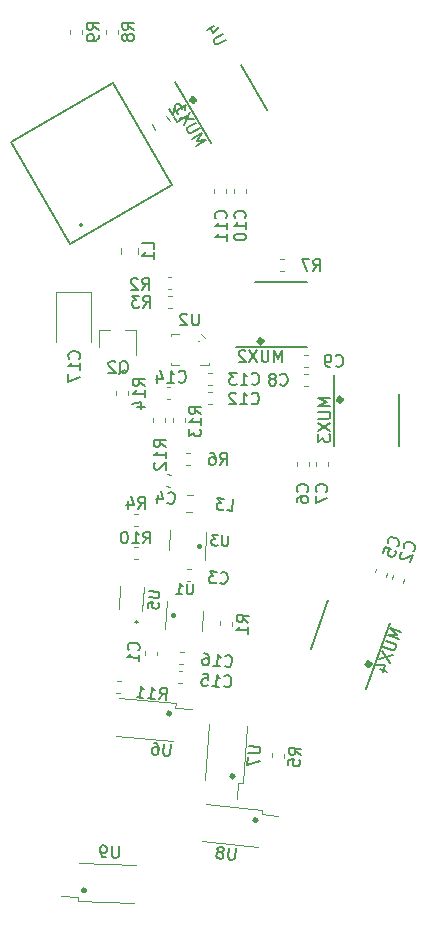
<source format=gbo>
G04 #@! TF.GenerationSoftware,KiCad,Pcbnew,(5.0.0)*
G04 #@! TF.CreationDate,2020-01-07T16:08:45+01:00*
G04 #@! TF.ProjectId,Insole_PCB,496E736F6C655F5043422E6B69636164,rev?*
G04 #@! TF.SameCoordinates,Original*
G04 #@! TF.FileFunction,Legend,Bot*
G04 #@! TF.FilePolarity,Positive*
%FSLAX46Y46*%
G04 Gerber Fmt 4.6, Leading zero omitted, Abs format (unit mm)*
G04 Created by KiCad (PCBNEW (5.0.0)) date 01/07/20 16:08:45*
%MOMM*%
%LPD*%
G01*
G04 APERTURE LIST*
%ADD10C,0.200000*%
%ADD11C,0.100000*%
%ADD12C,0.120000*%
%ADD13C,0.400000*%
%ADD14C,0.150000*%
%ADD15C,0.300000*%
G04 APERTURE END LIST*
D10*
G04 #@! TO.C,U2*
X196549453Y-166460707D02*
G75*
G03X196549453Y-166460707I0J0D01*
G01*
D11*
X194149453Y-165860707D02*
X194149453Y-166080707D01*
X194869453Y-165860707D02*
X194149453Y-165860707D01*
X194149453Y-168560707D02*
X194869453Y-168560707D01*
X194149453Y-168340707D02*
X194149453Y-168560707D01*
X197349453Y-168560707D02*
X197349453Y-168340707D01*
X197349453Y-168560707D02*
X196629453Y-168560707D01*
X197049453Y-166260707D02*
X196699453Y-165910707D01*
D12*
G04 #@! TO.C,C1*
X192969566Y-192783900D02*
X192946856Y-193108665D01*
X191952050Y-192712749D02*
X191929340Y-193037514D01*
G04 #@! TO.C,C2*
X213934370Y-186682175D02*
X213823023Y-186988099D01*
X212975883Y-186333315D02*
X212864536Y-186639239D01*
G04 #@! TO.C,C3*
X195533588Y-185802887D02*
X195858700Y-185819925D01*
X195480206Y-186821489D02*
X195805318Y-186838527D01*
G04 #@! TO.C,C4*
X194090678Y-178825887D02*
X193765913Y-178803177D01*
X194161829Y-177808371D02*
X193837064Y-177785661D01*
G04 #@! TO.C,C5*
X212484370Y-186132175D02*
X212373023Y-186438099D01*
X211525883Y-185783315D02*
X211414536Y-186089239D01*
G04 #@! TO.C,C6*
X204839453Y-177060986D02*
X204839453Y-176735428D01*
X205859453Y-177060986D02*
X205859453Y-176735428D01*
G04 #@! TO.C,C7*
X206439453Y-177073486D02*
X206439453Y-176747928D01*
X207459453Y-177073486D02*
X207459453Y-176747928D01*
G04 #@! TO.C,C8*
X205399174Y-169300707D02*
X205724732Y-169300707D01*
X205399174Y-170320707D02*
X205724732Y-170320707D01*
G04 #@! TO.C,C9*
X205399174Y-167700707D02*
X205724732Y-167700707D01*
X205399174Y-168720707D02*
X205724732Y-168720707D01*
G04 #@! TO.C,C10*
X199464453Y-153935986D02*
X199464453Y-153610428D01*
X200484453Y-153935986D02*
X200484453Y-153610428D01*
G04 #@! TO.C,C11*
X197839453Y-153948486D02*
X197839453Y-153622928D01*
X198859453Y-153948486D02*
X198859453Y-153622928D01*
G04 #@! TO.C,C12*
X197599732Y-171820707D02*
X197274174Y-171820707D01*
X197599732Y-170800707D02*
X197274174Y-170800707D01*
G04 #@! TO.C,C13*
X197599732Y-170220707D02*
X197274174Y-170220707D01*
X197599732Y-169200707D02*
X197274174Y-169200707D01*
G04 #@! TO.C,C14*
X193786674Y-170400707D02*
X194112232Y-170400707D01*
X193786674Y-171420707D02*
X194112232Y-171420707D01*
G04 #@! TO.C,L1*
X189909453Y-159116959D02*
X189909453Y-158594455D01*
X191329453Y-159116959D02*
X191329453Y-158594455D01*
G04 #@! TO.C,L2*
X192815201Y-148601958D02*
X192553949Y-148149456D01*
X194044957Y-147891958D02*
X193783705Y-147439456D01*
G04 #@! TO.C,L3*
X195945691Y-180983407D02*
X195423904Y-180956061D01*
X196020008Y-179565353D02*
X195498221Y-179538007D01*
D13*
G04 #@! TO.C,MUX1*
X196165709Y-146088464D02*
G75*
G03X196165709Y-146088464I-158114J0D01*
G01*
D14*
X194537082Y-144541461D02*
X197524582Y-149715963D01*
X200109372Y-143142951D02*
X202309372Y-146953463D01*
D13*
G04 #@! TO.C,MUX2*
X201907567Y-166510707D02*
G75*
G03X201907567Y-166510707I-158114J0D01*
G01*
D14*
X199674453Y-167010707D02*
X205649453Y-167010707D01*
X201249453Y-161485707D02*
X205649453Y-161485707D01*
D13*
G04 #@! TO.C,MUX3*
X208607567Y-171460707D02*
G75*
G03X208607567Y-171460707I-158114J0D01*
G01*
D14*
X207949453Y-169385707D02*
X207949453Y-175360707D01*
X213474453Y-170960707D02*
X213474453Y-175360707D01*
D13*
G04 #@! TO.C,MUX4*
X211037426Y-193844831D02*
G75*
G03X211037426Y-193844831I-158114J0D01*
G01*
D14*
X210639466Y-195965703D02*
X212683037Y-190351040D01*
X205986346Y-192596026D02*
X207491235Y-188461378D01*
D12*
G04 #@! TO.C,Q2*
X188069453Y-165550707D02*
X188069453Y-167010707D01*
X191229453Y-165550707D02*
X191229453Y-167710707D01*
X191229453Y-165550707D02*
X190299453Y-165550707D01*
X188069453Y-165550707D02*
X188999453Y-165550707D01*
G04 #@! TO.C,R1*
X198312848Y-190530151D02*
X198329886Y-190205039D01*
X199331450Y-190583533D02*
X199348488Y-190258421D01*
G04 #@! TO.C,R2*
X193874174Y-161100707D02*
X194199732Y-161100707D01*
X193874174Y-162120707D02*
X194199732Y-162120707D01*
G04 #@! TO.C,R3*
X193886674Y-162700707D02*
X194212232Y-162700707D01*
X193886674Y-163720707D02*
X194212232Y-163720707D01*
G04 #@! TO.C,R4*
X191372232Y-182168707D02*
X191046674Y-182168707D01*
X191372232Y-181148707D02*
X191046674Y-181148707D01*
G04 #@! TO.C,R5*
X202729340Y-201737514D02*
X202752050Y-201412749D01*
X203746856Y-201808665D02*
X203769566Y-201483900D01*
G04 #@! TO.C,R6*
X195474174Y-176000707D02*
X195799732Y-176000707D01*
X195474174Y-177020707D02*
X195799732Y-177020707D01*
G04 #@! TO.C,R7*
X203386674Y-159550707D02*
X203712232Y-159550707D01*
X203386674Y-160570707D02*
X203712232Y-160570707D01*
G04 #@! TO.C,R8*
X188639453Y-140460986D02*
X188639453Y-140135428D01*
X189659453Y-140460986D02*
X189659453Y-140135428D01*
G04 #@! TO.C,R9*
X185639453Y-140473486D02*
X185639453Y-140147928D01*
X186659453Y-140473486D02*
X186659453Y-140147928D01*
G04 #@! TO.C,R10*
X191021174Y-183942707D02*
X191346732Y-183942707D01*
X191021174Y-184962707D02*
X191346732Y-184962707D01*
G04 #@! TO.C,R11*
X189851666Y-196332953D02*
X189527347Y-196304579D01*
X189940565Y-195316835D02*
X189616246Y-195288461D01*
G04 #@! TO.C,R12*
X192639453Y-173360986D02*
X192639453Y-173035428D01*
X193659453Y-173360986D02*
X193659453Y-173035428D01*
G04 #@! TO.C,R13*
X195359453Y-173047928D02*
X195359453Y-173373486D01*
X194339453Y-173047928D02*
X194339453Y-173373486D01*
G04 #@! TO.C,R14*
X189539453Y-171085986D02*
X189539453Y-170760428D01*
X190559453Y-171085986D02*
X190559453Y-170760428D01*
D13*
G04 #@! TO.C,U1*
X194321689Y-189661536D02*
G75*
G03X194321689Y-189661536I0J0D01*
G01*
D12*
X193695467Y-190910474D02*
X193822643Y-188483804D01*
X196853371Y-189313557D02*
X196761259Y-191071145D01*
D13*
G04 #@! TO.C,U3*
X196527217Y-183869878D02*
G75*
G03X196527217Y-183869878I0J0D01*
G01*
D12*
X197153439Y-182620940D02*
X197026263Y-185047610D01*
X193995535Y-184217857D02*
X194087647Y-182460269D01*
D15*
G04 #@! TO.C,U4*
X186575929Y-156638014D02*
G75*
G03X186575929Y-156638014I0J0D01*
G01*
D14*
X194282241Y-153285738D02*
X185621987Y-158285738D01*
X189282241Y-144625484D02*
X194282241Y-153285738D01*
X180621987Y-149625484D02*
X189282241Y-144625484D01*
X185621987Y-158285738D02*
X180621987Y-149625484D01*
D10*
G04 #@! TO.C,U5*
X191358234Y-190304665D02*
G75*
G02X191158722Y-190290713I-99756J6976D01*
G01*
X191158721Y-190290713D02*
G75*
G02X191358235Y-190304665I99757J-6976D01*
G01*
X191158722Y-190290713D02*
X191158722Y-190290713D01*
X191358235Y-190304665D02*
X191358235Y-190304665D01*
D11*
X189871645Y-187193386D02*
X189732132Y-189188515D01*
X191866774Y-187332899D02*
X191727261Y-189328028D01*
D13*
G04 #@! TO.C,U6*
X194069584Y-198028776D02*
G75*
G03X194069584Y-198028776I-70710J0D01*
G01*
D12*
X194300000Y-200323754D02*
X189518265Y-199905407D01*
X194578898Y-197135931D02*
X189797163Y-196717584D01*
X194544036Y-197534409D02*
X195938708Y-197656427D01*
X194578898Y-197135931D02*
X194544036Y-197534409D01*
D13*
G04 #@! TO.C,U7*
X199436042Y-203351420D02*
G75*
G03X199436042Y-203351420I-70710J0D01*
G01*
D12*
X197075959Y-203692553D02*
X197410790Y-198904245D01*
X200268164Y-203915774D02*
X200602995Y-199127466D01*
X199869139Y-203887871D02*
X199771480Y-205284461D01*
X200268164Y-203915774D02*
X199869139Y-203887871D01*
D13*
G04 #@! TO.C,U8*
X201377698Y-207062872D02*
G75*
G03X201377698Y-207062872I-70710J0D01*
G01*
D12*
X201568015Y-209362756D02*
X196794310Y-208861019D01*
X201902506Y-206180285D02*
X197128801Y-205678549D01*
X201860694Y-206578094D02*
X203253025Y-206724434D01*
X201902506Y-206180285D02*
X201860694Y-206578094D01*
D13*
G04 #@! TO.C,U9*
X186868637Y-213004002D02*
G75*
G03X186868637Y-213004002I-70711J0D01*
G01*
D12*
X186377103Y-210727929D02*
X191174179Y-210895447D01*
X186265425Y-213925980D02*
X191062501Y-214093497D01*
X186279385Y-213526223D02*
X184880237Y-213477364D01*
X186265425Y-213925980D02*
X186279385Y-213526223D01*
G04 #@! TO.C,C15*
X194808228Y-194395527D02*
X195132993Y-194418237D01*
X194737077Y-195413043D02*
X195061842Y-195435753D01*
G04 #@! TO.C,C16*
X194927647Y-192825593D02*
X195252412Y-192848303D01*
X194856496Y-193843109D02*
X195181261Y-193865819D01*
G04 #@! TO.C,C17*
X187409453Y-162340707D02*
X187409453Y-166550707D01*
X184389453Y-162340707D02*
X187409453Y-162340707D01*
X184389453Y-166550707D02*
X184389453Y-162340707D01*
G04 #@! TO.C,U2*
D14*
X196511357Y-164163087D02*
X196511357Y-164972611D01*
X196463738Y-165067849D01*
X196416119Y-165115468D01*
X196320881Y-165163087D01*
X196130405Y-165163087D01*
X196035167Y-165115468D01*
X195987548Y-165067849D01*
X195939929Y-164972611D01*
X195939929Y-164163087D01*
X195511357Y-164258326D02*
X195463738Y-164210707D01*
X195368500Y-164163087D01*
X195130405Y-164163087D01*
X195035167Y-164210707D01*
X194987548Y-164258326D01*
X194939929Y-164353564D01*
X194939929Y-164448802D01*
X194987548Y-164591659D01*
X195558976Y-165163087D01*
X194939929Y-165163087D01*
G04 #@! TO.C,C1*
X191390834Y-192669607D02*
X191441659Y-192625426D01*
X191499128Y-192486238D01*
X191505771Y-192391232D01*
X191468233Y-192245401D01*
X191379871Y-192143752D01*
X191288186Y-192089605D01*
X191101496Y-192028815D01*
X190958987Y-192018850D01*
X190765653Y-192053066D01*
X190667325Y-192093926D01*
X190565675Y-192182288D01*
X190508207Y-192321476D01*
X190501563Y-192416482D01*
X190539101Y-192562313D01*
X190583283Y-192613137D01*
X191419406Y-193626311D02*
X191459267Y-193056275D01*
X191439336Y-193341293D02*
X190441772Y-193271537D01*
X190590925Y-193186496D01*
X190692574Y-193098133D01*
X190746721Y-193006449D01*
G04 #@! TO.C,C2*
X214642060Y-184276241D02*
X214703094Y-184247781D01*
X214796702Y-184129825D01*
X214829275Y-184040331D01*
X214833388Y-183889802D01*
X214776467Y-183767734D01*
X214703259Y-183690414D01*
X214540556Y-183580520D01*
X214406314Y-183531660D01*
X214211039Y-183511260D01*
X214105257Y-183523434D01*
X213983190Y-183580356D01*
X213889582Y-183698311D01*
X213857009Y-183787805D01*
X213852896Y-183938334D01*
X213881357Y-183999368D01*
X213751063Y-184357346D02*
X213690029Y-184385806D01*
X213612709Y-184459014D01*
X213531276Y-184682751D01*
X213543449Y-184788532D01*
X213571910Y-184849566D01*
X213645118Y-184926886D01*
X213734612Y-184959460D01*
X213885141Y-184963572D01*
X214617548Y-184622045D01*
X214405821Y-185203760D01*
G04 #@! TO.C,C3*
X198337199Y-186946083D02*
X198382261Y-186996129D01*
X198522430Y-187051159D01*
X198617538Y-187056143D01*
X198762691Y-187016066D01*
X198862783Y-186925943D01*
X198915321Y-186833327D01*
X198972844Y-186645605D01*
X198980320Y-186502943D01*
X198942735Y-186310236D01*
X198900166Y-186212636D01*
X198810043Y-186112544D01*
X198669874Y-186057514D01*
X198574766Y-186052529D01*
X198429613Y-186092607D01*
X198379567Y-186137668D01*
X198051674Y-186025115D02*
X197433475Y-185992717D01*
X197746414Y-186390592D01*
X197603753Y-186383116D01*
X197506153Y-186425685D01*
X197456107Y-186470747D01*
X197403569Y-186563362D01*
X197391108Y-186801131D01*
X197433677Y-186898731D01*
X197478739Y-186948777D01*
X197571354Y-187001315D01*
X197856677Y-187016268D01*
X197954277Y-186973699D01*
X198004323Y-186928637D01*
G04 #@! TO.C,C4*
X193855218Y-180173672D02*
X193899399Y-180224497D01*
X194038587Y-180281966D01*
X194133593Y-180288609D01*
X194279424Y-180251071D01*
X194381073Y-180162709D01*
X194435220Y-180071024D01*
X194496010Y-179884334D01*
X194505975Y-179741825D01*
X194471759Y-179548491D01*
X194430899Y-179450163D01*
X194342537Y-179348513D01*
X194203349Y-179291045D01*
X194108343Y-179284401D01*
X193962512Y-179321939D01*
X193911688Y-179366121D01*
X193040024Y-179543845D02*
X192993520Y-180208887D01*
X193304113Y-179180429D02*
X193491802Y-179909583D01*
X192874263Y-179866401D01*
G04 #@! TO.C,C5*
X213292060Y-183876241D02*
X213353094Y-183847781D01*
X213446702Y-183729825D01*
X213479275Y-183640331D01*
X213483388Y-183489802D01*
X213426467Y-183367734D01*
X213353259Y-183290414D01*
X213190556Y-183180520D01*
X213056314Y-183131660D01*
X212861039Y-183111260D01*
X212755257Y-183123434D01*
X212633190Y-183180356D01*
X212539582Y-183298311D01*
X212507009Y-183387805D01*
X212502896Y-183538334D01*
X212531357Y-183599368D01*
X212132415Y-184416992D02*
X212295282Y-183969520D01*
X212759042Y-184087639D01*
X212698008Y-184116100D01*
X212620687Y-184189308D01*
X212539254Y-184413044D01*
X212551428Y-184518825D01*
X212579888Y-184579859D01*
X212653096Y-184657180D01*
X212876832Y-184738613D01*
X212982614Y-184726439D01*
X213043648Y-184697979D01*
X213120968Y-184624771D01*
X213202401Y-184401034D01*
X213190228Y-184295253D01*
X213161767Y-184234219D01*
G04 #@! TO.C,C6*
X205706595Y-179244040D02*
X205754214Y-179196421D01*
X205801833Y-179053564D01*
X205801833Y-178958326D01*
X205754214Y-178815468D01*
X205658976Y-178720230D01*
X205563738Y-178672611D01*
X205373262Y-178624992D01*
X205230405Y-178624992D01*
X205039929Y-178672611D01*
X204944691Y-178720230D01*
X204849453Y-178815468D01*
X204801833Y-178958326D01*
X204801833Y-179053564D01*
X204849453Y-179196421D01*
X204897072Y-179244040D01*
X204801833Y-180101183D02*
X204801833Y-179910707D01*
X204849453Y-179815468D01*
X204897072Y-179767849D01*
X205039929Y-179672611D01*
X205230405Y-179624992D01*
X205611357Y-179624992D01*
X205706595Y-179672611D01*
X205754214Y-179720230D01*
X205801833Y-179815468D01*
X205801833Y-180005945D01*
X205754214Y-180101183D01*
X205706595Y-180148802D01*
X205611357Y-180196421D01*
X205373262Y-180196421D01*
X205278024Y-180148802D01*
X205230405Y-180101183D01*
X205182786Y-180005945D01*
X205182786Y-179815468D01*
X205230405Y-179720230D01*
X205278024Y-179672611D01*
X205373262Y-179624992D01*
G04 #@! TO.C,C7*
X207306595Y-179244040D02*
X207354214Y-179196421D01*
X207401833Y-179053564D01*
X207401833Y-178958326D01*
X207354214Y-178815468D01*
X207258976Y-178720230D01*
X207163738Y-178672611D01*
X206973262Y-178624992D01*
X206830405Y-178624992D01*
X206639929Y-178672611D01*
X206544691Y-178720230D01*
X206449453Y-178815468D01*
X206401833Y-178958326D01*
X206401833Y-179053564D01*
X206449453Y-179196421D01*
X206497072Y-179244040D01*
X206401833Y-179577373D02*
X206401833Y-180244040D01*
X207401833Y-179815468D01*
G04 #@! TO.C,C8*
X203416119Y-170167849D02*
X203463738Y-170215468D01*
X203606595Y-170263087D01*
X203701833Y-170263087D01*
X203844691Y-170215468D01*
X203939929Y-170120230D01*
X203987548Y-170024992D01*
X204035167Y-169834516D01*
X204035167Y-169691659D01*
X203987548Y-169501183D01*
X203939929Y-169405945D01*
X203844691Y-169310707D01*
X203701833Y-169263087D01*
X203606595Y-169263087D01*
X203463738Y-169310707D01*
X203416119Y-169358326D01*
X202844691Y-169691659D02*
X202939929Y-169644040D01*
X202987548Y-169596421D01*
X203035167Y-169501183D01*
X203035167Y-169453564D01*
X202987548Y-169358326D01*
X202939929Y-169310707D01*
X202844691Y-169263087D01*
X202654214Y-169263087D01*
X202558976Y-169310707D01*
X202511357Y-169358326D01*
X202463738Y-169453564D01*
X202463738Y-169501183D01*
X202511357Y-169596421D01*
X202558976Y-169644040D01*
X202654214Y-169691659D01*
X202844691Y-169691659D01*
X202939929Y-169739278D01*
X202987548Y-169786897D01*
X203035167Y-169882135D01*
X203035167Y-170072611D01*
X202987548Y-170167849D01*
X202939929Y-170215468D01*
X202844691Y-170263087D01*
X202654214Y-170263087D01*
X202558976Y-170215468D01*
X202511357Y-170167849D01*
X202463738Y-170072611D01*
X202463738Y-169882135D01*
X202511357Y-169786897D01*
X202558976Y-169739278D01*
X202654214Y-169691659D01*
G04 #@! TO.C,C9*
X208116119Y-168567849D02*
X208163738Y-168615468D01*
X208306595Y-168663087D01*
X208401833Y-168663087D01*
X208544691Y-168615468D01*
X208639929Y-168520230D01*
X208687548Y-168424992D01*
X208735167Y-168234516D01*
X208735167Y-168091659D01*
X208687548Y-167901183D01*
X208639929Y-167805945D01*
X208544691Y-167710707D01*
X208401833Y-167663087D01*
X208306595Y-167663087D01*
X208163738Y-167710707D01*
X208116119Y-167758326D01*
X207639929Y-168663087D02*
X207449453Y-168663087D01*
X207354214Y-168615468D01*
X207306595Y-168567849D01*
X207211357Y-168424992D01*
X207163738Y-168234516D01*
X207163738Y-167853564D01*
X207211357Y-167758326D01*
X207258976Y-167710707D01*
X207354214Y-167663087D01*
X207544691Y-167663087D01*
X207639929Y-167710707D01*
X207687548Y-167758326D01*
X207735167Y-167853564D01*
X207735167Y-168091659D01*
X207687548Y-168186897D01*
X207639929Y-168234516D01*
X207544691Y-168282135D01*
X207354214Y-168282135D01*
X207258976Y-168234516D01*
X207211357Y-168186897D01*
X207163738Y-168091659D01*
G04 #@! TO.C,C10*
X200406595Y-156067849D02*
X200454214Y-156020230D01*
X200501833Y-155877373D01*
X200501833Y-155782135D01*
X200454214Y-155639278D01*
X200358976Y-155544040D01*
X200263738Y-155496421D01*
X200073262Y-155448802D01*
X199930405Y-155448802D01*
X199739929Y-155496421D01*
X199644691Y-155544040D01*
X199549453Y-155639278D01*
X199501833Y-155782135D01*
X199501833Y-155877373D01*
X199549453Y-156020230D01*
X199597072Y-156067849D01*
X200501833Y-157020230D02*
X200501833Y-156448802D01*
X200501833Y-156734516D02*
X199501833Y-156734516D01*
X199644691Y-156639278D01*
X199739929Y-156544040D01*
X199787548Y-156448802D01*
X199501833Y-157639278D02*
X199501833Y-157734516D01*
X199549453Y-157829754D01*
X199597072Y-157877373D01*
X199692310Y-157924992D01*
X199882786Y-157972611D01*
X200120881Y-157972611D01*
X200311357Y-157924992D01*
X200406595Y-157877373D01*
X200454214Y-157829754D01*
X200501833Y-157734516D01*
X200501833Y-157639278D01*
X200454214Y-157544040D01*
X200406595Y-157496421D01*
X200311357Y-157448802D01*
X200120881Y-157401183D01*
X199882786Y-157401183D01*
X199692310Y-157448802D01*
X199597072Y-157496421D01*
X199549453Y-157544040D01*
X199501833Y-157639278D01*
G04 #@! TO.C,C11*
X198781595Y-156092849D02*
X198829214Y-156045230D01*
X198876833Y-155902373D01*
X198876833Y-155807135D01*
X198829214Y-155664278D01*
X198733976Y-155569040D01*
X198638738Y-155521421D01*
X198448262Y-155473802D01*
X198305405Y-155473802D01*
X198114929Y-155521421D01*
X198019691Y-155569040D01*
X197924453Y-155664278D01*
X197876833Y-155807135D01*
X197876833Y-155902373D01*
X197924453Y-156045230D01*
X197972072Y-156092849D01*
X198876833Y-157045230D02*
X198876833Y-156473802D01*
X198876833Y-156759516D02*
X197876833Y-156759516D01*
X198019691Y-156664278D01*
X198114929Y-156569040D01*
X198162548Y-156473802D01*
X198876833Y-157997611D02*
X198876833Y-157426183D01*
X198876833Y-157711897D02*
X197876833Y-157711897D01*
X198019691Y-157616659D01*
X198114929Y-157521421D01*
X198162548Y-157426183D01*
G04 #@! TO.C,C12*
X200992310Y-171767849D02*
X201039929Y-171815468D01*
X201182786Y-171863087D01*
X201278024Y-171863087D01*
X201420881Y-171815468D01*
X201516119Y-171720230D01*
X201563738Y-171624992D01*
X201611357Y-171434516D01*
X201611357Y-171291659D01*
X201563738Y-171101183D01*
X201516119Y-171005945D01*
X201420881Y-170910707D01*
X201278024Y-170863087D01*
X201182786Y-170863087D01*
X201039929Y-170910707D01*
X200992310Y-170958326D01*
X200039929Y-171863087D02*
X200611357Y-171863087D01*
X200325643Y-171863087D02*
X200325643Y-170863087D01*
X200420881Y-171005945D01*
X200516119Y-171101183D01*
X200611357Y-171148802D01*
X199658976Y-170958326D02*
X199611357Y-170910707D01*
X199516119Y-170863087D01*
X199278024Y-170863087D01*
X199182786Y-170910707D01*
X199135167Y-170958326D01*
X199087548Y-171053564D01*
X199087548Y-171148802D01*
X199135167Y-171291659D01*
X199706595Y-171863087D01*
X199087548Y-171863087D01*
G04 #@! TO.C,C13*
X201002310Y-170097849D02*
X201049929Y-170145468D01*
X201192786Y-170193087D01*
X201288024Y-170193087D01*
X201430881Y-170145468D01*
X201526119Y-170050230D01*
X201573738Y-169954992D01*
X201621357Y-169764516D01*
X201621357Y-169621659D01*
X201573738Y-169431183D01*
X201526119Y-169335945D01*
X201430881Y-169240707D01*
X201288024Y-169193087D01*
X201192786Y-169193087D01*
X201049929Y-169240707D01*
X201002310Y-169288326D01*
X200049929Y-170193087D02*
X200621357Y-170193087D01*
X200335643Y-170193087D02*
X200335643Y-169193087D01*
X200430881Y-169335945D01*
X200526119Y-169431183D01*
X200621357Y-169478802D01*
X199716595Y-169193087D02*
X199097548Y-169193087D01*
X199430881Y-169574040D01*
X199288024Y-169574040D01*
X199192786Y-169621659D01*
X199145167Y-169669278D01*
X199097548Y-169764516D01*
X199097548Y-170002611D01*
X199145167Y-170097849D01*
X199192786Y-170145468D01*
X199288024Y-170193087D01*
X199573738Y-170193087D01*
X199668976Y-170145468D01*
X199716595Y-170097849D01*
G04 #@! TO.C,C14*
X194812310Y-169917849D02*
X194859929Y-169965468D01*
X195002786Y-170013087D01*
X195098024Y-170013087D01*
X195240881Y-169965468D01*
X195336119Y-169870230D01*
X195383738Y-169774992D01*
X195431357Y-169584516D01*
X195431357Y-169441659D01*
X195383738Y-169251183D01*
X195336119Y-169155945D01*
X195240881Y-169060707D01*
X195098024Y-169013087D01*
X195002786Y-169013087D01*
X194859929Y-169060707D01*
X194812310Y-169108326D01*
X193859929Y-170013087D02*
X194431357Y-170013087D01*
X194145643Y-170013087D02*
X194145643Y-169013087D01*
X194240881Y-169155945D01*
X194336119Y-169251183D01*
X194431357Y-169298802D01*
X193002786Y-169346421D02*
X193002786Y-170013087D01*
X193240881Y-168965468D02*
X193478976Y-169679754D01*
X192859929Y-169679754D01*
G04 #@! TO.C,L1*
X192721833Y-158689040D02*
X192721833Y-158212849D01*
X191721833Y-158212849D01*
X192721833Y-159546183D02*
X192721833Y-158974754D01*
X192721833Y-159260468D02*
X191721833Y-159260468D01*
X191864691Y-159165230D01*
X191959929Y-159069992D01*
X192007548Y-158974754D01*
G04 #@! TO.C,L2*
X194419954Y-147566235D02*
X194658050Y-147978628D01*
X195524075Y-147478628D01*
X195060644Y-146866418D02*
X195078074Y-146801369D01*
X195071694Y-146695081D01*
X194952647Y-146488884D01*
X194863788Y-146430215D01*
X194798739Y-146412785D01*
X194692451Y-146419165D01*
X194609973Y-146466784D01*
X194510064Y-146579452D01*
X194300907Y-147360038D01*
X193991383Y-146823927D01*
G04 #@! TO.C,L3*
X198864699Y-180837351D02*
X199340237Y-180862273D01*
X199392573Y-179863643D01*
X198679266Y-179826261D02*
X198061067Y-179793862D01*
X198374006Y-180191738D01*
X198231344Y-180184261D01*
X198133745Y-180226831D01*
X198083699Y-180271892D01*
X198031160Y-180364508D01*
X198018700Y-180602277D01*
X198061269Y-180699876D01*
X198106331Y-180749922D01*
X198198946Y-180802461D01*
X198484269Y-180817414D01*
X198581868Y-180774844D01*
X198631914Y-180729783D01*
G04 #@! TO.C,MUX1*
X196288051Y-149978991D02*
X197154076Y-149478991D01*
X196368820Y-149547458D01*
X196820743Y-148901640D01*
X195954718Y-149401640D01*
X196582648Y-148489247D02*
X195881580Y-148894009D01*
X195775292Y-148900389D01*
X195710243Y-148882959D01*
X195621384Y-148824290D01*
X195526146Y-148659333D01*
X195519767Y-148553045D01*
X195537196Y-148487996D01*
X195595865Y-148399137D01*
X196296934Y-147994376D01*
X196106457Y-147664461D02*
X194907099Y-147587111D01*
X195773124Y-147087111D02*
X195240432Y-148164461D01*
X194454718Y-146803564D02*
X194740432Y-147298436D01*
X194597575Y-147051000D02*
X195463600Y-146551000D01*
X195387501Y-146704907D01*
X195352642Y-146835005D01*
X195359022Y-146941293D01*
G04 #@! TO.C,MUX2*
X203558976Y-168263087D02*
X203558976Y-167263087D01*
X203225643Y-167977373D01*
X202892310Y-167263087D01*
X202892310Y-168263087D01*
X202416119Y-167263087D02*
X202416119Y-168072611D01*
X202368500Y-168167849D01*
X202320881Y-168215468D01*
X202225643Y-168263087D01*
X202035167Y-168263087D01*
X201939929Y-168215468D01*
X201892310Y-168167849D01*
X201844691Y-168072611D01*
X201844691Y-167263087D01*
X201463738Y-167263087D02*
X200797072Y-168263087D01*
X200797072Y-167263087D02*
X201463738Y-168263087D01*
X200463738Y-167358326D02*
X200416119Y-167310707D01*
X200320881Y-167263087D01*
X200082786Y-167263087D01*
X199987548Y-167310707D01*
X199939929Y-167358326D01*
X199892310Y-167453564D01*
X199892310Y-167548802D01*
X199939929Y-167691659D01*
X200511357Y-168263087D01*
X199892310Y-168263087D01*
G04 #@! TO.C,MUX3*
X207651833Y-171351183D02*
X206651833Y-171351183D01*
X207366119Y-171684516D01*
X206651833Y-172017849D01*
X207651833Y-172017849D01*
X206651833Y-172494040D02*
X207461357Y-172494040D01*
X207556595Y-172541659D01*
X207604214Y-172589278D01*
X207651833Y-172684516D01*
X207651833Y-172874992D01*
X207604214Y-172970230D01*
X207556595Y-173017849D01*
X207461357Y-173065468D01*
X206651833Y-173065468D01*
X206651833Y-173446421D02*
X207651833Y-174113087D01*
X206651833Y-174113087D02*
X207651833Y-173446421D01*
X206651833Y-174398802D02*
X206651833Y-175017849D01*
X207032786Y-174684516D01*
X207032786Y-174827373D01*
X207080405Y-174922611D01*
X207128024Y-174970230D01*
X207223262Y-175017849D01*
X207461357Y-175017849D01*
X207556595Y-174970230D01*
X207604214Y-174922611D01*
X207651833Y-174827373D01*
X207651833Y-174541659D01*
X207604214Y-174446421D01*
X207556595Y-174398802D01*
G04 #@! TO.C,MUX4*
X213679354Y-191129206D02*
X212739662Y-190787186D01*
X213296864Y-191344717D01*
X212511648Y-191413647D01*
X213451341Y-191755667D01*
X212348781Y-191861120D02*
X213109485Y-192137993D01*
X213182693Y-192215314D01*
X213211153Y-192276348D01*
X213223327Y-192382129D01*
X213158181Y-192561118D01*
X213080860Y-192634326D01*
X213019826Y-192662787D01*
X212914045Y-192674961D01*
X212153341Y-192398087D01*
X212023048Y-192756065D02*
X212734727Y-193724547D01*
X211795034Y-193382527D02*
X212962741Y-193098086D01*
X211831392Y-194257237D02*
X212457854Y-194485251D01*
X211554847Y-193903208D02*
X212307489Y-193923771D01*
X212095763Y-194505486D01*
G04 #@! TO.C,Q2*
X189774691Y-169288326D02*
X189869929Y-169240707D01*
X189965167Y-169145468D01*
X190108024Y-169002611D01*
X190203262Y-168954992D01*
X190298500Y-168954992D01*
X190250881Y-169193087D02*
X190346119Y-169145468D01*
X190441357Y-169050230D01*
X190488976Y-168859754D01*
X190488976Y-168526421D01*
X190441357Y-168335945D01*
X190346119Y-168240707D01*
X190250881Y-168193087D01*
X190060405Y-168193087D01*
X189965167Y-168240707D01*
X189869929Y-168335945D01*
X189822310Y-168526421D01*
X189822310Y-168859754D01*
X189869929Y-169050230D01*
X189965167Y-169145468D01*
X190060405Y-169193087D01*
X190250881Y-169193087D01*
X189441357Y-168288326D02*
X189393738Y-168240707D01*
X189298500Y-168193087D01*
X189060405Y-168193087D01*
X188965167Y-168240707D01*
X188917548Y-168288326D01*
X188869929Y-168383564D01*
X188869929Y-168478802D01*
X188917548Y-168621659D01*
X189488976Y-169193087D01*
X188869929Y-169193087D01*
G04 #@! TO.C,R1*
X200719191Y-190326363D02*
X200261099Y-189968565D01*
X200749097Y-189755718D02*
X199750468Y-189703382D01*
X199730530Y-190083812D01*
X199773100Y-190181412D01*
X199818161Y-190231458D01*
X199910777Y-190283996D01*
X200053438Y-190291472D01*
X200151038Y-190248903D01*
X200201084Y-190203841D01*
X200253622Y-190111226D01*
X200273560Y-189730796D01*
X200669347Y-191277439D02*
X200699254Y-190706793D01*
X200684301Y-190992116D02*
X199685671Y-190939780D01*
X199833317Y-190852149D01*
X199933409Y-190762026D01*
X199985947Y-190669411D01*
G04 #@! TO.C,R2*
X191716119Y-162163087D02*
X192049453Y-161686897D01*
X192287548Y-162163087D02*
X192287548Y-161163087D01*
X191906595Y-161163087D01*
X191811357Y-161210707D01*
X191763738Y-161258326D01*
X191716119Y-161353564D01*
X191716119Y-161496421D01*
X191763738Y-161591659D01*
X191811357Y-161639278D01*
X191906595Y-161686897D01*
X192287548Y-161686897D01*
X191335167Y-161258326D02*
X191287548Y-161210707D01*
X191192310Y-161163087D01*
X190954214Y-161163087D01*
X190858976Y-161210707D01*
X190811357Y-161258326D01*
X190763738Y-161353564D01*
X190763738Y-161448802D01*
X190811357Y-161591659D01*
X191382786Y-162163087D01*
X190763738Y-162163087D01*
G04 #@! TO.C,R3*
X191816119Y-163663087D02*
X192149453Y-163186897D01*
X192387548Y-163663087D02*
X192387548Y-162663087D01*
X192006595Y-162663087D01*
X191911357Y-162710707D01*
X191863738Y-162758326D01*
X191816119Y-162853564D01*
X191816119Y-162996421D01*
X191863738Y-163091659D01*
X191911357Y-163139278D01*
X192006595Y-163186897D01*
X192387548Y-163186897D01*
X191482786Y-162663087D02*
X190863738Y-162663087D01*
X191197072Y-163044040D01*
X191054214Y-163044040D01*
X190958976Y-163091659D01*
X190911357Y-163139278D01*
X190863738Y-163234516D01*
X190863738Y-163472611D01*
X190911357Y-163567849D01*
X190958976Y-163615468D01*
X191054214Y-163663087D01*
X191339929Y-163663087D01*
X191435167Y-163615468D01*
X191482786Y-163567849D01*
G04 #@! TO.C,R4*
X191376119Y-180681087D02*
X191709453Y-180204897D01*
X191947548Y-180681087D02*
X191947548Y-179681087D01*
X191566595Y-179681087D01*
X191471357Y-179728707D01*
X191423738Y-179776326D01*
X191376119Y-179871564D01*
X191376119Y-180014421D01*
X191423738Y-180109659D01*
X191471357Y-180157278D01*
X191566595Y-180204897D01*
X191947548Y-180204897D01*
X190518976Y-180014421D02*
X190518976Y-180681087D01*
X190757072Y-179633468D02*
X190995167Y-180347754D01*
X190376119Y-180347754D01*
G04 #@! TO.C,R5*
X205138875Y-201575754D02*
X204687096Y-201210016D01*
X205178735Y-201005718D02*
X204181171Y-200935961D01*
X204154597Y-201315986D01*
X204195457Y-201414313D01*
X204239638Y-201465138D01*
X204331323Y-201519285D01*
X204473832Y-201529250D01*
X204572160Y-201488390D01*
X204622984Y-201444209D01*
X204677131Y-201352525D01*
X204703705Y-200972500D01*
X204078198Y-202408556D02*
X204111415Y-201933525D01*
X204589767Y-201919240D01*
X204538942Y-201963421D01*
X204484796Y-202055105D01*
X204468187Y-202292621D01*
X204509047Y-202390948D01*
X204553228Y-202441773D01*
X204644912Y-202495920D01*
X204882428Y-202512528D01*
X204980755Y-202471669D01*
X205031580Y-202427487D01*
X205085727Y-202335803D01*
X205102335Y-202098288D01*
X205061476Y-201999960D01*
X205017295Y-201949135D01*
G04 #@! TO.C,R6*
X198316119Y-176963087D02*
X198649453Y-176486897D01*
X198887548Y-176963087D02*
X198887548Y-175963087D01*
X198506595Y-175963087D01*
X198411357Y-176010707D01*
X198363738Y-176058326D01*
X198316119Y-176153564D01*
X198316119Y-176296421D01*
X198363738Y-176391659D01*
X198411357Y-176439278D01*
X198506595Y-176486897D01*
X198887548Y-176486897D01*
X197458976Y-175963087D02*
X197649453Y-175963087D01*
X197744691Y-176010707D01*
X197792310Y-176058326D01*
X197887548Y-176201183D01*
X197935167Y-176391659D01*
X197935167Y-176772611D01*
X197887548Y-176867849D01*
X197839929Y-176915468D01*
X197744691Y-176963087D01*
X197554214Y-176963087D01*
X197458976Y-176915468D01*
X197411357Y-176867849D01*
X197363738Y-176772611D01*
X197363738Y-176534516D01*
X197411357Y-176439278D01*
X197458976Y-176391659D01*
X197554214Y-176344040D01*
X197744691Y-176344040D01*
X197839929Y-176391659D01*
X197887548Y-176439278D01*
X197935167Y-176534516D01*
G04 #@! TO.C,R7*
X206216119Y-160563087D02*
X206549453Y-160086897D01*
X206787548Y-160563087D02*
X206787548Y-159563087D01*
X206406595Y-159563087D01*
X206311357Y-159610707D01*
X206263738Y-159658326D01*
X206216119Y-159753564D01*
X206216119Y-159896421D01*
X206263738Y-159991659D01*
X206311357Y-160039278D01*
X206406595Y-160086897D01*
X206787548Y-160086897D01*
X205882786Y-159563087D02*
X205216119Y-159563087D01*
X205644691Y-160563087D01*
G04 #@! TO.C,R8*
X191031833Y-140131540D02*
X190555643Y-139798207D01*
X191031833Y-139560111D02*
X190031833Y-139560111D01*
X190031833Y-139941064D01*
X190079453Y-140036302D01*
X190127072Y-140083921D01*
X190222310Y-140131540D01*
X190365167Y-140131540D01*
X190460405Y-140083921D01*
X190508024Y-140036302D01*
X190555643Y-139941064D01*
X190555643Y-139560111D01*
X190460405Y-140702968D02*
X190412786Y-140607730D01*
X190365167Y-140560111D01*
X190269929Y-140512492D01*
X190222310Y-140512492D01*
X190127072Y-140560111D01*
X190079453Y-140607730D01*
X190031833Y-140702968D01*
X190031833Y-140893445D01*
X190079453Y-140988683D01*
X190127072Y-141036302D01*
X190222310Y-141083921D01*
X190269929Y-141083921D01*
X190365167Y-141036302D01*
X190412786Y-140988683D01*
X190460405Y-140893445D01*
X190460405Y-140702968D01*
X190508024Y-140607730D01*
X190555643Y-140560111D01*
X190650881Y-140512492D01*
X190841357Y-140512492D01*
X190936595Y-140560111D01*
X190984214Y-140607730D01*
X191031833Y-140702968D01*
X191031833Y-140893445D01*
X190984214Y-140988683D01*
X190936595Y-141036302D01*
X190841357Y-141083921D01*
X190650881Y-141083921D01*
X190555643Y-141036302D01*
X190508024Y-140988683D01*
X190460405Y-140893445D01*
G04 #@! TO.C,R9*
X188031833Y-140144040D02*
X187555643Y-139810707D01*
X188031833Y-139572611D02*
X187031833Y-139572611D01*
X187031833Y-139953564D01*
X187079453Y-140048802D01*
X187127072Y-140096421D01*
X187222310Y-140144040D01*
X187365167Y-140144040D01*
X187460405Y-140096421D01*
X187508024Y-140048802D01*
X187555643Y-139953564D01*
X187555643Y-139572611D01*
X188031833Y-140620230D02*
X188031833Y-140810707D01*
X187984214Y-140905945D01*
X187936595Y-140953564D01*
X187793738Y-141048802D01*
X187603262Y-141096421D01*
X187222310Y-141096421D01*
X187127072Y-141048802D01*
X187079453Y-141001183D01*
X187031833Y-140905945D01*
X187031833Y-140715468D01*
X187079453Y-140620230D01*
X187127072Y-140572611D01*
X187222310Y-140524992D01*
X187460405Y-140524992D01*
X187555643Y-140572611D01*
X187603262Y-140620230D01*
X187650881Y-140715468D01*
X187650881Y-140905945D01*
X187603262Y-141001183D01*
X187555643Y-141048802D01*
X187460405Y-141096421D01*
G04 #@! TO.C,R10*
X191826810Y-183635087D02*
X192160143Y-183158897D01*
X192398238Y-183635087D02*
X192398238Y-182635087D01*
X192017286Y-182635087D01*
X191922048Y-182682707D01*
X191874429Y-182730326D01*
X191826810Y-182825564D01*
X191826810Y-182968421D01*
X191874429Y-183063659D01*
X191922048Y-183111278D01*
X192017286Y-183158897D01*
X192398238Y-183158897D01*
X190874429Y-183635087D02*
X191445857Y-183635087D01*
X191160143Y-183635087D02*
X191160143Y-182635087D01*
X191255381Y-182777945D01*
X191350619Y-182873183D01*
X191445857Y-182920802D01*
X190255381Y-182635087D02*
X190160143Y-182635087D01*
X190064905Y-182682707D01*
X190017286Y-182730326D01*
X189969667Y-182825564D01*
X189922048Y-183016040D01*
X189922048Y-183254135D01*
X189969667Y-183444611D01*
X190017286Y-183539849D01*
X190064905Y-183587468D01*
X190160143Y-183635087D01*
X190255381Y-183635087D01*
X190350619Y-183587468D01*
X190398238Y-183539849D01*
X190445857Y-183444611D01*
X190493476Y-183254135D01*
X190493476Y-183016040D01*
X190445857Y-182825564D01*
X190398238Y-182730326D01*
X190350619Y-182682707D01*
X190255381Y-182635087D01*
G04 #@! TO.C,R11*
X193150436Y-196817395D02*
X193524003Y-196372068D01*
X193719690Y-196867198D02*
X193806846Y-195871003D01*
X193427343Y-195837801D01*
X193328317Y-195876938D01*
X193276729Y-195920226D01*
X193220990Y-196010951D01*
X193208540Y-196153265D01*
X193247677Y-196252291D01*
X193290964Y-196303879D01*
X193381690Y-196359617D01*
X193761193Y-196392820D01*
X192201679Y-196734389D02*
X192770933Y-196784193D01*
X192486306Y-196759291D02*
X192573462Y-195763096D01*
X192655887Y-195913710D01*
X192742462Y-196016886D01*
X192833187Y-196072625D01*
X191252922Y-196651384D02*
X191822176Y-196701187D01*
X191537549Y-196676285D02*
X191624705Y-195680091D01*
X191707130Y-195830705D01*
X191793705Y-195933881D01*
X191884430Y-195989619D01*
G04 #@! TO.C,R12*
X193701833Y-175467849D02*
X193225643Y-175134516D01*
X193701833Y-174896421D02*
X192701833Y-174896421D01*
X192701833Y-175277373D01*
X192749453Y-175372611D01*
X192797072Y-175420230D01*
X192892310Y-175467849D01*
X193035167Y-175467849D01*
X193130405Y-175420230D01*
X193178024Y-175372611D01*
X193225643Y-175277373D01*
X193225643Y-174896421D01*
X193701833Y-176420230D02*
X193701833Y-175848802D01*
X193701833Y-176134516D02*
X192701833Y-176134516D01*
X192844691Y-176039278D01*
X192939929Y-175944040D01*
X192987548Y-175848802D01*
X192797072Y-176801183D02*
X192749453Y-176848802D01*
X192701833Y-176944040D01*
X192701833Y-177182135D01*
X192749453Y-177277373D01*
X192797072Y-177324992D01*
X192892310Y-177372611D01*
X192987548Y-177372611D01*
X193130405Y-177324992D01*
X193701833Y-176753564D01*
X193701833Y-177372611D01*
G04 #@! TO.C,R13*
X196701833Y-172667849D02*
X196225643Y-172334516D01*
X196701833Y-172096421D02*
X195701833Y-172096421D01*
X195701833Y-172477373D01*
X195749453Y-172572611D01*
X195797072Y-172620230D01*
X195892310Y-172667849D01*
X196035167Y-172667849D01*
X196130405Y-172620230D01*
X196178024Y-172572611D01*
X196225643Y-172477373D01*
X196225643Y-172096421D01*
X196701833Y-173620230D02*
X196701833Y-173048802D01*
X196701833Y-173334516D02*
X195701833Y-173334516D01*
X195844691Y-173239278D01*
X195939929Y-173144040D01*
X195987548Y-173048802D01*
X195701833Y-173953564D02*
X195701833Y-174572611D01*
X196082786Y-174239278D01*
X196082786Y-174382135D01*
X196130405Y-174477373D01*
X196178024Y-174524992D01*
X196273262Y-174572611D01*
X196511357Y-174572611D01*
X196606595Y-174524992D01*
X196654214Y-174477373D01*
X196701833Y-174382135D01*
X196701833Y-174096421D01*
X196654214Y-174001183D01*
X196606595Y-173953564D01*
G04 #@! TO.C,R14*
X191931833Y-170280349D02*
X191455643Y-169947016D01*
X191931833Y-169708921D02*
X190931833Y-169708921D01*
X190931833Y-170089873D01*
X190979453Y-170185111D01*
X191027072Y-170232730D01*
X191122310Y-170280349D01*
X191265167Y-170280349D01*
X191360405Y-170232730D01*
X191408024Y-170185111D01*
X191455643Y-170089873D01*
X191455643Y-169708921D01*
X191931833Y-171232730D02*
X191931833Y-170661302D01*
X191931833Y-170947016D02*
X190931833Y-170947016D01*
X191074691Y-170851778D01*
X191169929Y-170756540D01*
X191217548Y-170661302D01*
X191265167Y-172089873D02*
X191931833Y-172089873D01*
X190884214Y-171851778D02*
X191598500Y-171613683D01*
X191598500Y-172232730D01*
G04 #@! TO.C,U1*
X196060021Y-187054412D02*
X196021891Y-187781985D01*
X195974606Y-187865339D01*
X195929565Y-187905895D01*
X195841725Y-187944207D01*
X195670532Y-187935235D01*
X195587178Y-187887951D01*
X195546622Y-187842909D01*
X195508310Y-187755070D01*
X195546440Y-187027497D01*
X194600571Y-187879161D02*
X195114152Y-187906077D01*
X194857362Y-187892619D02*
X194904464Y-186993852D01*
X194983332Y-187126733D01*
X195064443Y-187216816D01*
X195147797Y-187264100D01*
G04 #@! TO.C,U3*
X199030021Y-182964412D02*
X198991891Y-183691985D01*
X198944606Y-183775339D01*
X198899565Y-183815895D01*
X198811725Y-183854207D01*
X198640532Y-183845235D01*
X198557178Y-183797951D01*
X198516622Y-183752909D01*
X198478310Y-183665070D01*
X198516440Y-182937497D01*
X198174053Y-182919553D02*
X197617674Y-182890394D01*
X197899319Y-183248482D01*
X197770924Y-183241753D01*
X197683084Y-183280066D01*
X197638042Y-183320621D01*
X197590758Y-183403975D01*
X197579543Y-183617967D01*
X197617856Y-183705807D01*
X197658411Y-183750848D01*
X197741765Y-183798133D01*
X197998555Y-183811591D01*
X198086395Y-183773278D01*
X198131437Y-183732723D01*
G04 #@! TO.C,U4*
X198832987Y-140972624D02*
X198131919Y-141377386D01*
X198025631Y-141383766D01*
X197960582Y-141366336D01*
X197871723Y-141307667D01*
X197776485Y-141142709D01*
X197770106Y-141036421D01*
X197787535Y-140971372D01*
X197846204Y-140882514D01*
X198547273Y-140477752D01*
X197806217Y-139860872D02*
X197228866Y-140194205D01*
X198255179Y-139876592D02*
X197755637Y-140439932D01*
X197446113Y-139903821D01*
G04 #@! TO.C,U5*
X192305629Y-187692279D02*
X193032426Y-187743101D01*
X193114942Y-187791833D01*
X193154705Y-187837575D01*
X193191478Y-187926070D01*
X193179520Y-188097081D01*
X193130788Y-188179597D01*
X193085046Y-188219360D01*
X192996551Y-188256134D01*
X192269754Y-188205312D01*
X192209963Y-189060366D02*
X192239859Y-188632839D01*
X192670376Y-188619982D01*
X192624633Y-188659745D01*
X192575901Y-188742261D01*
X192560954Y-188956025D01*
X192597727Y-189044520D01*
X192637490Y-189090262D01*
X192720006Y-189138994D01*
X192933770Y-189153942D01*
X193022265Y-189117168D01*
X193068007Y-189077405D01*
X193116739Y-188994889D01*
X193131687Y-188781125D01*
X193094913Y-188692630D01*
X193055150Y-188646888D01*
G04 #@! TO.C,U6*
X194156186Y-200631576D02*
X194085631Y-201438019D01*
X194029893Y-201528744D01*
X193978305Y-201572032D01*
X193879279Y-201611169D01*
X193689528Y-201594568D01*
X193598802Y-201538830D01*
X193555515Y-201487242D01*
X193516377Y-201388216D01*
X193586932Y-200581772D01*
X192685613Y-200502917D02*
X192875364Y-200519518D01*
X192966090Y-200575257D01*
X193009377Y-200626845D01*
X193091802Y-200777459D01*
X193122639Y-200971361D01*
X193089437Y-201350863D01*
X193033698Y-201441589D01*
X192982110Y-201484876D01*
X192883084Y-201524014D01*
X192693333Y-201507412D01*
X192602608Y-201451674D01*
X192559320Y-201400086D01*
X192520183Y-201301060D01*
X192540934Y-201063871D01*
X192596672Y-200973145D01*
X192648261Y-200929858D01*
X192747287Y-200890720D01*
X192937038Y-200907322D01*
X193027763Y-200963060D01*
X193071051Y-201014648D01*
X193110188Y-201113674D01*
G04 #@! TO.C,U7*
X200750469Y-200779874D02*
X201558021Y-200836343D01*
X201649705Y-200890490D01*
X201693887Y-200941315D01*
X201734746Y-201039642D01*
X201721459Y-201229655D01*
X201667313Y-201321339D01*
X201616488Y-201365520D01*
X201518160Y-201406380D01*
X200710608Y-201349910D01*
X200684034Y-201729935D02*
X200637530Y-202394977D01*
X201664990Y-202037206D01*
G04 #@! TO.C,U8*
X199664425Y-209445728D02*
X199579807Y-210250817D01*
X199522494Y-210340556D01*
X199470158Y-210382937D01*
X199370464Y-210420340D01*
X199181031Y-210400430D01*
X199091292Y-210343116D01*
X199048912Y-210290781D01*
X199011509Y-210191087D01*
X199096127Y-209385998D01*
X198435673Y-209747513D02*
X198535367Y-209710110D01*
X198587702Y-209667729D01*
X198645016Y-209577991D01*
X198649993Y-209530632D01*
X198612590Y-209430938D01*
X198570209Y-209378603D01*
X198480471Y-209321289D01*
X198291038Y-209301379D01*
X198191344Y-209338782D01*
X198139008Y-209381163D01*
X198081695Y-209470902D01*
X198076717Y-209518260D01*
X198114120Y-209617954D01*
X198156501Y-209670290D01*
X198246240Y-209727603D01*
X198435673Y-209747513D01*
X198525412Y-209804826D01*
X198567792Y-209857162D01*
X198605195Y-209956856D01*
X198585285Y-210146289D01*
X198527972Y-210236028D01*
X198475636Y-210278408D01*
X198375942Y-210315811D01*
X198186509Y-210295901D01*
X198096771Y-210238588D01*
X198054390Y-210186252D01*
X198016987Y-210086558D01*
X198036897Y-209897125D01*
X198094210Y-209807387D01*
X198146546Y-209765006D01*
X198246240Y-209727603D01*
G04 #@! TO.C,U9*
X189750005Y-209250011D02*
X189721753Y-210059042D01*
X189670839Y-210152560D01*
X189621587Y-210198488D01*
X189524745Y-210242754D01*
X189334385Y-210236107D01*
X189240867Y-210185193D01*
X189194939Y-210135941D01*
X189150672Y-210039099D01*
X189178924Y-209230069D01*
X188620534Y-210211179D02*
X188430174Y-210204531D01*
X188336656Y-210153617D01*
X188290728Y-210104365D01*
X188200533Y-209958272D01*
X188159591Y-209766250D01*
X188172886Y-209385529D01*
X188223800Y-209292011D01*
X188273052Y-209246083D01*
X188369894Y-209201817D01*
X188560254Y-209208464D01*
X188653772Y-209259378D01*
X188699700Y-209308630D01*
X188743966Y-209405472D01*
X188735657Y-209643422D01*
X188684743Y-209736940D01*
X188635491Y-209782868D01*
X188538649Y-209827135D01*
X188348289Y-209820487D01*
X188254771Y-209769573D01*
X188208843Y-209720321D01*
X188164577Y-209623479D01*
G04 #@! TO.C,C15*
X198628060Y-195687276D02*
X198672241Y-195738101D01*
X198811428Y-195795569D01*
X198906434Y-195802212D01*
X199052265Y-195764675D01*
X199153915Y-195676312D01*
X199208061Y-195584628D01*
X199268851Y-195397937D01*
X199278817Y-195255428D01*
X199244601Y-195062094D01*
X199203741Y-194963766D01*
X199115378Y-194862117D01*
X198976191Y-194804648D01*
X198881185Y-194798005D01*
X198735354Y-194835543D01*
X198684529Y-194879724D01*
X197671355Y-195715847D02*
X198241392Y-195755708D01*
X197956373Y-195735778D02*
X198026130Y-194738214D01*
X198111171Y-194887366D01*
X198199533Y-194989016D01*
X198291218Y-195043162D01*
X196838554Y-194655170D02*
X197313584Y-194688388D01*
X197327870Y-195166740D01*
X197283689Y-195115915D01*
X197192004Y-195061768D01*
X196954489Y-195045160D01*
X196856161Y-195086019D01*
X196805336Y-195130201D01*
X196751190Y-195221885D01*
X196734581Y-195459400D01*
X196775441Y-195557728D01*
X196819622Y-195608553D01*
X196911306Y-195662699D01*
X197148822Y-195679308D01*
X197247149Y-195638449D01*
X197297974Y-195594267D01*
G04 #@! TO.C,C16*
X198707367Y-193974195D02*
X198751548Y-194025020D01*
X198890735Y-194082488D01*
X198985741Y-194089131D01*
X199131572Y-194051594D01*
X199233222Y-193963231D01*
X199287368Y-193871547D01*
X199348158Y-193684856D01*
X199358124Y-193542347D01*
X199323908Y-193349013D01*
X199283048Y-193250685D01*
X199194685Y-193149036D01*
X199055498Y-193091567D01*
X198960492Y-193084924D01*
X198814661Y-193122462D01*
X198763836Y-193166643D01*
X197750662Y-194002766D02*
X198320699Y-194042627D01*
X198035680Y-194022697D02*
X198105437Y-193025133D01*
X198190478Y-193174285D01*
X198278840Y-193275935D01*
X198370525Y-193330081D01*
X196965364Y-192945411D02*
X197155376Y-192958698D01*
X197247060Y-193012844D01*
X197291242Y-193063669D01*
X197376283Y-193212822D01*
X197410499Y-193406156D01*
X197383925Y-193786180D01*
X197329778Y-193877864D01*
X197278953Y-193922046D01*
X197180626Y-193962905D01*
X196990613Y-193949618D01*
X196898929Y-193895472D01*
X196854748Y-193844647D01*
X196813888Y-193746319D01*
X196830497Y-193508804D01*
X196884643Y-193417120D01*
X196935468Y-193372938D01*
X197033796Y-193332079D01*
X197223808Y-193345366D01*
X197315493Y-193399512D01*
X197359674Y-193450337D01*
X197400533Y-193548665D01*
G04 #@! TO.C,C17*
X186376595Y-167977849D02*
X186424214Y-167930230D01*
X186471833Y-167787373D01*
X186471833Y-167692135D01*
X186424214Y-167549278D01*
X186328976Y-167454040D01*
X186233738Y-167406421D01*
X186043262Y-167358802D01*
X185900405Y-167358802D01*
X185709929Y-167406421D01*
X185614691Y-167454040D01*
X185519453Y-167549278D01*
X185471833Y-167692135D01*
X185471833Y-167787373D01*
X185519453Y-167930230D01*
X185567072Y-167977849D01*
X186471833Y-168930230D02*
X186471833Y-168358802D01*
X186471833Y-168644516D02*
X185471833Y-168644516D01*
X185614691Y-168549278D01*
X185709929Y-168454040D01*
X185757548Y-168358802D01*
X185471833Y-169263564D02*
X185471833Y-169930230D01*
X186471833Y-169501659D01*
G04 #@! TD*
M02*

</source>
